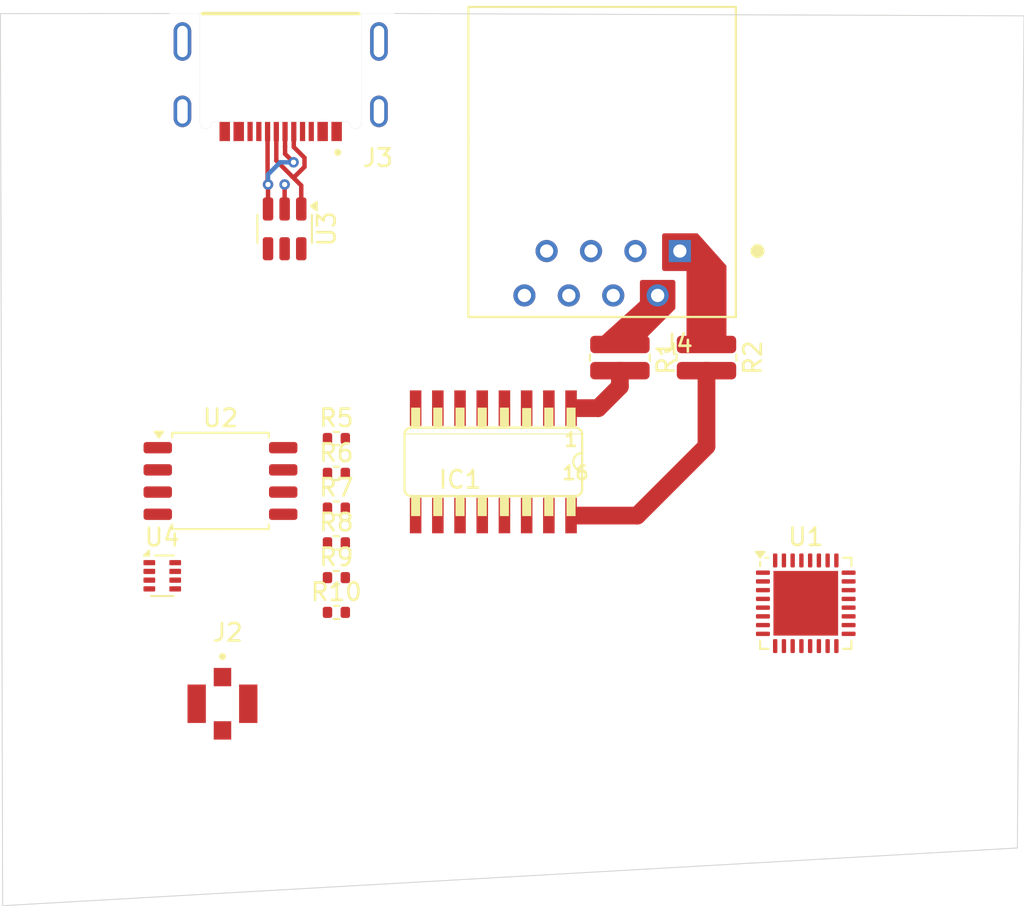
<source format=kicad_pcb>
(kicad_pcb (version 20241229) (generator "pcbnew") (generator_version "9.0")
  (layers (0 "F.Cu" signal) (2 "B.Cu" signal) (13 "F.Paste" user) (15 "B.Paste" user) (5 "F.SilkS" user "F.Silkscreen") (7 "B.SilkS" user "B.Silkscreen") (1 "F.Mask" user) (3 "B.Mask" user) (25 "Edge.Cuts" user))
  (net 0 "")
  (net 1 "Net-(IC1-BUS1)")
  (net 2 "VDD_MBUS")
  (net 3 "Net-(IC1-RIS)")
  (net 4 "/RXI")
  (net 5 "Net-(IC1-RIDD)")
  (net 7 "Net-(IC1-BUS2)")
  (net 8 "Net-(IC1-STC)")
  (net 11 "/PF")
  (net 12 "/TXI")
  (net 14 "Net-(IC1-SC)")
  (net 15 "GND")
  (net 16 "Net-(C15-Pad1)")
  (net 17 "VDD")
  (net 19 "Net-(U1-XTAL_P)")
  (net 20 "/SPIQ")
  (net 22 "/SPICLK")
  (net 23 "/LNA_IN")
  (net 24 "/SPICS0")
  (net 31 "/BOOT")
  (net 33 "/SPIHD")
  (net 34 "Net-(U1-XTAL_N)")
  (net 35 "/EN")
  (net 36 "Net-(C10-Pad1)")
  (net 38 "VDD_SPI")
  (net 39 "/DP_P")
  (net 40 "/SPID")
  (net 41 "/SPIWP")
  (net 42 "/DN_P")
  (net 43 "Net-(U2-CLK)")
  (net 44 "Net-(U2-~{CS})")
  (net 45 "Net-(U2-DO{slash}IO_{1})")
  (net 46 "Net-(U2-DI{slash}IO_{0})")
  (net 47 "Net-(U2-~{WP}{slash}IO_{2})")
  (net 48 "Net-(U2-~{HOLD}{slash}~{RESET}{slash}IO_{3})")
  (net 49 "/DP")
  (net 50 "VDD_USB")
  (net 51 "/DN")
  (net 52 "Net-(U4-PR1)")
  (net 53 "Net-(U4-ST)")
  (net 56 "Net-(J3-CC2)")
  (net 57 "Net-(J3-CC1)")
  (net 58 "Net-(J4-Pad1)")
  (net 62 "Net-(J4-Pad2)")
  (footprint "Package_TO_SOT_SMD:SOT-23-6" (layer "F.Cu") (at 122.936 29.21 -90)
    (property "Reference" "U3" (at 0 -2.4 90) (layer "F.SilkS"))
    (property "Value" "USBLC6-2SC6" (hide yes))
    (fp_line (start 0 1.56) (end -0.8 1.56) (stroke (width 0.12)) (layer "F.SilkS"))
    (fp_line (start 0 1.56) (end 0.8 1.56) (stroke (width 0.12)) (layer "F.SilkS"))
    (fp_line (start 0 -1.56) (end -0.8 -1.56) (stroke (width 0.12)) (layer "F.SilkS"))
    (fp_line (start 0 -1.56) (end 0.8 -1.56) (stroke (width 0.12)) (layer "F.SilkS"))
    (fp_poly (pts (xy -1.3 -1.51) (xy -1.54 -1.84) (xy -1.06 -1.84) (xy -1.3 -1.51)) (stroke (width 0.12)) (fill yes) (layer "F.SilkS"))
    (pad "1" smd roundrect (at -1.1375 -0.95 270) (size 1.325 0.6) (layers "F.Cu" "F.Mask" "F.Paste") (net 51 "/DN"))
    (pad "2" smd roundrect (at -1.1375 0 270) (size 1.325 0.6) (layers "F.Cu" "F.Mask" "F.Paste") (net 15 "GND"))
    (pad "3" smd roundrect (at -1.1375 0.95 270) (size 1.325 0.6) (layers "F.Cu" "F.Mask" "F.Paste") (net 49 "/DP"))
    (pad "4" smd roundrect (at 1.1375 0.95 270) (size 1.325 0.6) (layers "F.Cu" "F.Mask" "F.Paste") (net 39 "/DP_P"))
    (pad "5" smd roundrect (at 1.1375 0 270) (size 1.325 0.6) (layers "F.Cu" "F.Mask" "F.Paste") (net 50 "VDD_USB"))
    (pad "6" smd roundrect (at 1.1375 -0.95 270) (size 1.325 0.6) (layers "F.Cu" "F.Mask" "F.Paste") (net 42 "/DN_P"))
  )
  (footprint "Resistor_SMD:R_0402_1005Metric" (layer "F.Cu") (at 125.8965 51.159)
    (property "Reference" "R10" (at 0 -1.17 0) (layer "F.SilkS"))
    (property "Value" "0R")
    (fp_line (start -0.153641 -0.38) (end 0.153641 -0.38) (stroke (width 0.12)) (layer "F.SilkS"))
    (fp_line (start -0.153641 0.38) (end 0.153641 0.38) (stroke (width 0.12)) (layer "F.SilkS"))
    (pad "1" smd roundrect (at -0.51 0) (size 0.54 0.64) (layers "F.Cu" "F.Mask" "F.Paste") (net 33 "/SPIHD"))
    (pad "2" smd roundrect (at 0.51 0) (size 0.54 0.64) (layers "F.Cu" "F.Mask" "F.Paste") (net 48 "Net-(U2-~{HOLD}{slash}~{RESET}{slash}IO_{3})"))
  )
  (footprint "Resistor_SMD:R_0612_1632Metric" (layer "F.Cu") (at 142.113 36.576 -90)
    (property "Reference" "R1" (at 0 -2.65 90) (layer "F.SilkS"))
    (property "Value" "220R")
    (fp_line (start -0.182983 1.71) (end 0.182983 1.71) (stroke (width 0.12)) (layer "F.SilkS"))
    (fp_line (start -0.182983 -1.71) (end 0.182983 -1.71) (stroke (width 0.12)) (layer "F.SilkS"))
    (pad "1" smd roundrect (at -0.75 0 270) (size 1 3.4) (layers "F.Cu" "F.Mask" "F.Paste") (net 62 "Net-(J4-Pad2)"))
    (pad "2" smd roundrect (at 0.75 0 270) (size 1 3.4) (layers "F.Cu" "F.Mask" "F.Paste") (net 7 "Net-(IC1-BUS2)"))
  )
  (footprint "Resistor_SMD:R_0402_1005Metric" (layer "F.Cu") (at 125.8965 45.189)
    (property "Reference" "R7" (at 0 -1.17 0) (layer "F.SilkS"))
    (property "Value" "0R")
    (fp_line (start -0.153641 -0.38) (end 0.153641 -0.38) (stroke (width 0.12)) (layer "F.SilkS"))
    (fp_line (start -0.153641 0.38) (end 0.153641 0.38) (stroke (width 0.12)) (layer "F.SilkS"))
    (pad "1" smd roundrect (at -0.51 0) (size 0.54 0.64) (layers "F.Cu" "F.Mask" "F.Paste") (net 40 "/SPID"))
    (pad "2" smd roundrect (at 0.51 0) (size 0.54 0.64) (layers "F.Cu" "F.Mask" "F.Paste") (net 46 "Net-(U2-DI{slash}IO_{0})"))
  )
  (footprint "USB4520_03_0_A:GCT_USB4520-03-0-A_REVA" (layer "F.Cu") (at 122.71 18.4865 180)
    (property "Reference" "J3" (at -5.56 -6.6595 0) (layer "F.SilkS"))
    (property "Value" "USB4520-03-0-A_REVA" (hide yes))
    (fp_line (start -4.47 1.6) (end 4.47 1.6) (stroke (width 0.2)) (layer "F.SilkS"))
    (fp_circle (center -3.27 -6.35) (end -3.17 -6.35) (stroke (width 0.2)) (fill no) (layer "F.SilkS"))
    (fp_line (start 4.62 1.6) (end 6.36 1.6) (stroke (width 0.01)) (layer "Edge.Cuts"))
    (fp_line (start 4.62 -4.6) (end 4.62 1.6) (stroke (width 0.01)) (layer "Edge.Cuts"))
    (fp_line (start -3.82 -4.6) (end 3.82 -4.6) (stroke (width 0.01)) (layer "Edge.Cuts"))
    (fp_line (start -4.62 1.6) (end -4.62 -4.6) (stroke (width 0.01)) (layer "Edge.Cuts"))
    (fp_line (start -6.52 1.6) (end -4.62 1.6) (stroke (width 0.01)) (layer "Edge.Cuts"))
    (fp_arc (start 4.295 -5) (mid 4.540343 -4.86731) (end 4.62 -4.6) (stroke (width 0.01)) (layer "Edge.Cuts"))
    (fp_arc (start 3.97 -4.72) (mid 4.07451 -4.92731) (end 4.295 -5) (stroke (width 0.01)) (layer "Edge.Cuts"))
    (fp_arc (start 3.97 -4.72) (mid 3.919853 -4.628934) (end 3.82 -4.6) (stroke (width 0.01)) (layer "Edge.Cuts"))
    (fp_arc (start -3.82 -4.6) (mid -3.919853 -4.628934) (end -3.97 -4.72) (stroke (width 0.01)) (layer "Edge.Cuts"))
    (fp_arc (start -4.295 -5) (mid -4.07451 -4.92731) (end -3.97 -4.72) (stroke (width 0.01)) (layer "Edge.Cuts"))
    (fp_arc (start -4.62 -4.6) (mid -4.540343 -4.86731) (end -4.295 -5) (stroke (width 0.01)) (layer "Edge.Cuts"))
    (pad "A1_B12" smd rect (at -3.2 -5.15 180) (size 0.6 1.1) (layers "F.Cu" "F.Mask" "F.Paste") (net 15 "GND"))
    (pad "A4_B9" smd rect (at -2.4 -5.15 180) (size 0.6 1.1) (layers "F.Cu" "F.Mask" "F.Paste") (net 50 "VDD_USB"))
    (pad "A5" smd rect (at -1.25 -5.15 180) (size 0.3 1.1) (layers "F.Cu" "F.Mask" "F.Paste") (net 57 "Net-(J3-CC1)"))
    (pad "A6" smd rect (at -0.25 -5.15 180) (size 0.3 1.1) (layers "F.Cu" "F.Mask" "F.Paste") (net 49 "/DP"))
    (pad "A7" smd rect (at 0.25 -5.15 180) (size 0.3 1.1) (layers "F.Cu" "F.Mask" "F.Paste") (net 51 "/DN"))
    (pad "A8" smd rect (at 1.25 -5.15 180) (size 0.3 1.1) (layers "F.Cu" "F.Mask" "F.Paste"))
    (pad "B1_A12" smd rect (at 3.2 -5.15 180) (size 0.6 1.1) (layers "F.Cu" "F.Mask" "F.Paste") (net 15 "GND"))
    (pad "B4_A9" smd rect (at 2.4 -5.15 180) (size 0.6 1.1) (layers "F.Cu" "F.Mask" "F.Paste") (net 50 "VDD_USB"))
    (pad "B5" smd rect (at 1.75 -5.15 180) (size 0.3 1.1) (layers "F.Cu" "F.Mask" "F.Paste") (net 56 "Net-(J3-CC2)"))
    (pad "B6" smd rect (at 0.75 -5.15 180) (size 0.3 1.1) (layers "F.Cu" "F.Mask" "F.Paste") (net 49 "/DP"))
    (pad "B7" smd rect (at -0.75 -5.15 180) (size 0.3 1.1) (layers "F.Cu" "F.Mask" "F.Paste") (net 51 "/DN"))
    (pad "B8" smd rect (at -1.75 -5.15 180) (size 0.3 1.1) (layers "F.Cu" "F.Mask" "F.Paste"))
    (pad "S1" thru_hole custom (at -5.62 0 180) (size 0.95 1.9) (drill oval 0.6 1.8) (layers "*.Cu") (net 15 "GND") (options (clearance outline) (anchor circle)) (primitives (gr_poly (pts (xy 0 1.1) (xy -0.026 1.099) (xy -0.052 1.097) (xy -0.078 1.094) (xy -0.104 1.089) (xy -0.129 1.083) (xy -0.155 1.076) (xy -0.179 1.067) (xy -0.203 1.057) (xy -0.227 1.046) (xy -0.25 1.033) (xy -0.272 1.019) (xy -0.294 1.005) (xy -0.315 0.989) (xy -0.335 0.972) (xy -0.354 0.954) (xy -0.372 0.935) (xy -0.389 0.915) (xy -0.405 0.894) (xy -0.419 0.872) (xy -0.433 0.85) (xy -0.446 0.827) (xy -0.457 0.803) (xy -0.467 0.779) (xy -0.476 0.755) (xy -0.483 0.729) (xy -0.489 0.704) (xy -0.494 0.678) (xy -0.497 0.652) (xy -0.499 0.626) (xy -0.5 0.6) (xy -0.5 -0.6) (xy -0.499 -0.626) (xy -0.497 -0.652) (xy -0.494 -0.678) (xy -0.489 -0.704) (xy -0.483 -0.729) (xy -0.476 -0.755) (xy -0.467 -0.779) (xy -0.457 -0.803) (xy -0.446 -0.827) (xy -0.433 -0.85) (xy -0.419 -0.872) (xy -0.405 -0.894) (xy -0.389 -0.915) (xy -0.372 -0.935) (xy -0.354 -0.954) (xy -0.335 -0.972) (xy -0.315 -0.989) (xy -0.294 -1.005) (xy -0.272 -1.019) (xy -0.25 -1.033) (xy -0.227 -1.046) (xy -0.203 -1.057) (xy -0.179 -1.067) (xy -0.155 -1.076) (xy -0.129 -1.083) (xy -0.104 -1.089) (xy -0.078 -1.094) (xy -0.052 -1.097) (xy -0.026 -1.099) (xy 0 -1.1) (xy 0.026 -1.099) (xy 0.052 -1.097) (xy 0.078 -1.094) (xy 0.104 -1.089) (xy 0.129 -1.083) (xy 0.155 -1.076) (xy 0.179 -1.067) (xy 0.203 -1.057) (xy 0.227 -1.046) (xy 0.25 -1.033) (xy 0.272 -1.019) (xy 0.294 -1.005) (xy 0.315 -0.989) (xy 0.335 -0.972) (xy 0.354 -0.954) (xy 0.372 -0.935) (xy 0.389 -0.915) (xy 0.405 -0.894) (xy 0.419 -0.872) (xy 0.433 -0.85) (xy 0.446 -0.827) (xy 0.457 -0.803) (xy 0.467 -0.779) (xy 0.476 -0.755) (xy 0.483 -0.729) (xy 0.489 -0.704) (xy 0.494 -0.678) (xy 0.497 -0.652) (xy 0.499 -0.626) (xy 0.5 -0.6) (xy 0.5 0.6) (xy 0.499 0.626) (xy 0.497 0.652) (xy 0.494 0.678) (xy 0.489 0.704) (xy 0.483 0.729) (xy 0.476 0.755) (xy 0.467 0.779) (xy 0.457 0.803) (xy 0.446 0.827) (xy 0.433 0.85) (xy 0.419 0.872) (xy 0.405 0.894) (xy 0.389 0.915) (xy 0.372 0.935) (xy 0.354 0.954) (xy 0.335 0.972) (xy 0.315 0.989) (xy 0.294 1.005) (xy 0.272 1.019) (xy 0.25 1.033) (xy 0.227 1.046) (xy 0.203 1.057) (xy 0.179 1.067) (xy 0.155 1.076) (xy 0.129 1.083) (xy 0.104 1.089) (xy 0.078 1.094) (xy 0.052 1.097) (xy 0.026 1.099) (xy 0 1.1)) (width 0.01) (fill yes))))
    (pad "S2" thru_hole custom (at 5.62 -4 180) (size 0.8 1.6) (drill oval 0.6 1.4) (layers "*.Cu") (net 15 "GND") (options (clearance outline) (anchor circle)) (primitives (gr_poly (pts (xy 0 0.9) (xy -0.026 0.899) (xy -0.052 0.897) (xy -0.078 0.894) (xy -0.104 0.889) (xy -0.129 0.883) (xy -0.155 0.876) (xy -0.179 0.867) (xy -0.203 0.857) (xy -0.227 0.846) (xy -0.25 0.833) (xy -0.272 0.819) (xy -0.294 0.805) (xy -0.315 0.789) (xy -0.335 0.772) (xy -0.354 0.754) (xy -0.372 0.735) (xy -0.389 0.715) (xy -0.405 0.694) (xy -0.419 0.672) (xy -0.433 0.65) (xy -0.446 0.627) (xy -0.457 0.603) (xy -0.467 0.579) (xy -0.476 0.555) (xy -0.483 0.529) (xy -0.489 0.504) (xy -0.494 0.478) (xy -0.497 0.452) (xy -0.499 0.426) (xy -0.5 0.4) (xy -0.5 -0.4) (xy -0.499 -0.426) (xy -0.497 -0.452) (xy -0.494 -0.478) (xy -0.489 -0.504) (xy -0.483 -0.529) (xy -0.476 -0.555) (xy -0.467 -0.579) (xy -0.457 -0.603) (xy -0.446 -0.627) (xy -0.433 -0.65) (xy -0.419 -0.672) (xy -0.405 -0.694) (xy -0.389 -0.715) (xy -0.372 -0.735) (xy -0.354 -0.754) (xy -0.335 -0.772) (xy -0.315 -0.789) (xy -0.294 -0.805) (xy -0.272 -0.819) (xy -0.25 -0.833) (xy -0.227 -0.846) (xy -0.203 -0.857) (xy -0.179 -0.867) (xy -0.155 -0.876) (xy -0.129 -0.883) (xy -0.104 -0.889) (xy -0.078 -0.894) (xy -0.052 -0.897) (xy -0.026 -0.899) (xy 0 -0.9) (xy 0.026 -0.899) (xy 0.052 -0.897) (xy 0.078 -0.894) (xy 0.104 -0.889) (xy 0.129 -0.883) (xy 0.155 -0.876) (xy 0.179 -0.867) (xy 0.203 -0.857) (xy 0.227 -0.846) (xy 0.25 -0.833) (xy 0.272 -0.819) (xy 0.294 -0.805) (xy 0.315 -0.789) (xy 0.335 -0.772) (xy 0.354 -0.754) (xy 0.372 -0.735) (xy 0.389 -0.715) (xy 0.405 -0.694) (xy 0.419 -0.672) (xy 0.433 -0.65) (xy 0.446 -0.627) (xy 0.457 -0.603) (xy 0.467 -0.579) (xy 0.476 -0.555) (xy 0.483 -0.529) (xy 0.489 -0.504) (xy 0.494 -0.478) (xy 0.497 -0.452) (xy 0.499 -0.426) (xy 0.5 -0.4) (xy 0.5 0.4) (xy 0.499 0.426) (xy 0.497 0.452) (xy 0.494 0.478) (xy 0.489 0.504) (xy 0.483 0.529) (xy 0.476 0.555) (xy 0.467 0.579) (xy 0.457 0.603) (xy 0.446 0.627) (xy 0.433 0.65) (xy 0.419 0.672) (xy 0.405 0.694) (xy 0.389 0.715) (xy 0.372 0.735) (xy 0.354 0.754) (xy 0.335 0.772) (xy 0.315 0.789) (xy 0.294 0.805) (xy 0.272 0.819) (xy 0.25 0.833) (xy 0.227 0.846) (xy 0.203 0.857) (xy 0.179 0.867) (xy 0.155 0.876) (xy 0.129 0.883) (xy 0.104 0.889) (xy 0.078 0.894) (xy 0.052 0.897) (xy 0.026 0.899) (xy 0 0.9)) (width 0.01) (fill yes))))
    (pad "S3" thru_hole custom (at -5.62 -4 180) (size 0.8 1.6) (drill oval 0.6 1.4) (layers "*.Cu") (net 15 "GND") (options (clearance outline) (anchor circle)) (primitives (gr_poly (pts (xy 0 0.9) (xy -0.026 0.899) (xy -0.052 0.897) (xy -0.078 0.894) (xy -0.104 0.889) (xy -0.129 0.883) (xy -0.155 0.876) (xy -0.179 0.867) (xy -0.203 0.857) (xy -0.227 0.846) (xy -0.25 0.833) (xy -0.272 0.819) (xy -0.294 0.805) (xy -0.315 0.789) (xy -0.335 0.772) (xy -0.354 0.754) (xy -0.372 0.735) (xy -0.389 0.715) (xy -0.405 0.694) (xy -0.419 0.672) (xy -0.433 0.65) (xy -0.446 0.627) (xy -0.457 0.603) (xy -0.467 0.579) (xy -0.476 0.555) (xy -0.483 0.529) (xy -0.489 0.504) (xy -0.494 0.478) (xy -0.497 0.452) (xy -0.499 0.426) (xy -0.5 0.4) (xy -0.5 -0.4) (xy -0.499 -0.426) (xy -0.497 -0.452) (xy -0.494 -0.478) (xy -0.489 -0.504) (xy -0.483 -0.529) (xy -0.476 -0.555) (xy -0.467 -0.579) (xy -0.457 -0.603) (xy -0.446 -0.627) (xy -0.433 -0.65) (xy -0.419 -0.672) (xy -0.405 -0.694) (xy -0.389 -0.715) (xy -0.372 -0.735) (xy -0.354 -0.754) (xy -0.335 -0.772) (xy -0.315 -0.789) (xy -0.294 -0.805) (xy -0.272 -0.819) (xy -0.25 -0.833) (xy -0.227 -0.846) (xy -0.203 -0.857) (xy -0.179 -0.867) (xy -0.155 -0.876) (xy -0.129 -0.883) (xy -0.104 -0.889) (xy -0.078 -0.894) (xy -0.052 -0.897) (xy -0.026 -0.899) (xy 0 -0.9) (xy 0.026 -0.899) (xy 0.052 -0.897) (xy 0.078 -0.894) (xy 0.104 -0.889) (xy 0.129 -0.883) (xy 0.155 -0.876) (xy 0.179 -0.867) (xy 0.203 -0.857) (xy 0.227 -0.846) (xy 0.25 -0.833) (xy 0.272 -0.819) (xy 0.294 -0.805) (xy 0.315 -0.789) (xy 0.335 -0.772) (xy 0.354 -0.754) (xy 0.372 -0.735) (xy 0.389 -0.715) (xy 0.405 -0.694) (xy 0.419 -0.672) (xy 0.433 -0.65) (xy 0.446 -0.627) (xy 0.457 -0.603) (xy 0.467 -0.579) (xy 0.476 -0.555) (xy 0.483 -0.529) (xy 0.489 -0.504) (xy 0.494 -0.478) (xy 0.497 -0.452) (xy 0.499 -0.426) (xy 0.5 -0.4) (xy 0.5 0.4) (xy 0.499 0.426) (xy 0.497 0.452) (xy 0.494 0.478) (xy 0.489 0.504) (xy 0.483 0.529) (xy 0.476 0.555) (xy 0.467 0.579) (xy 0.457 0.603) (xy 0.446 0.627) (xy 0.433 0.65) (xy 0.419 0.672) (xy 0.405 0.694) (xy 0.389 0.715) (xy 0.372 0.735) (xy 0.354 0.754) (xy 0.335 0.772) (xy 0.315 0.789) (xy 0.294 0.805) (xy 0.272 0.819) (xy 0.25 0.833) (xy 0.227 0.846) (xy 0.203 0.857) (xy 0.179 0.867) (xy 0.155 0.876) (xy 0.129 0.883) (xy 0.104 0.889) (xy 0.078 0.894) (xy 0.052 0.897) (xy 0.026 0.899) (xy 0 0.9)) (width 0.01) (fill yes))))
    (pad "S4" thru_hole custom (at 5.62 0 180) (size 0.95 1.9) (drill oval 0.6 1.8) (layers "*.Cu") (net 15 "GND") (options (clearance outline) (anchor circle)) (primitives (gr_poly (pts (xy 0 1.1) (xy -0.026 1.099) (xy -0.052 1.097) (xy -0.078 1.094) (xy -0.104 1.089) (xy -0.129 1.083) (xy -0.155 1.076) (xy -0.179 1.067) (xy -0.203 1.057) (xy -0.227 1.046) (xy -0.25 1.033) (xy -0.272 1.019) (xy -0.294 1.005) (xy -0.315 0.989) (xy -0.335 0.972) (xy -0.354 0.954) (xy -0.372 0.935) (xy -0.389 0.915) (xy -0.405 0.894) (xy -0.419 0.872) (xy -0.433 0.85) (xy -0.446 0.827) (xy -0.457 0.803) (xy -0.467 0.779) (xy -0.476 0.755) (xy -0.483 0.729) (xy -0.489 0.704) (xy -0.494 0.678) (xy -0.497 0.652) (xy -0.499 0.626) (xy -0.5 0.6) (xy -0.5 -0.6) (xy -0.499 -0.626) (xy -0.497 -0.652) (xy -0.494 -0.678) (xy -0.489 -0.704) (xy -0.483 -0.729) (xy -0.476 -0.755) (xy -0.467 -0.779) (xy -0.457 -0.803) (xy -0.446 -0.827) (xy -0.433 -0.85) (xy -0.419 -0.872) (xy -0.405 -0.894) (xy -0.389 -0.915) (xy -0.372 -0.935) (xy -0.354 -0.954) (xy -0.335 -0.972) (xy -0.315 -0.989) (xy -0.294 -1.005) (xy -0.272 -1.019) (xy -0.25 -1.033) (xy -0.227 -1.046) (xy -0.203 -1.057) (xy -0.179 -1.067) (xy -0.155 -1.076) (xy -0.129 -1.083) (xy -0.104 -1.089) (xy -0.078 -1.094) (xy -0.052 -1.097) (xy -0.026 -1.099) (xy 0 -1.1) (xy 0.026 -1.099) (xy 0.052 -1.097) (xy 0.078 -1.094) (xy 0.104 -1.089) (xy 0.129 -1.083) (xy 0.155 -1.076) (xy 0.179 -1.067) (xy 0.203 -1.057) (xy 0.227 -1.046) (xy 0.25 -1.033) (xy 0.272 -1.019) (xy 0.294 -1.005) (xy 0.315 -0.989) (xy 0.335 -0.972) (xy 0.354 -0.954) (xy 0.372 -0.935) (xy 0.389 -0.915) (xy 0.405 -0.894) (xy 0.419 -0.872) (xy 0.433 -0.85) (xy 0.446 -0.827) (xy 0.457 -0.803) (xy 0.467 -0.779) (xy 0.476 -0.755) (xy 0.483 -0.729) (xy 0.489 -0.704) (xy 0.494 -0.678) (xy 0.497 -0.652) (xy 0.499 -0.626) (xy 0.5 -0.6) (xy 0.5 0.6) (xy 0.499 0.626) (xy 0.497 0.652) (xy 0.494 0.678) (xy 0.489 0.704) (xy 0.483 0.729) (xy 0.476 0.755) (xy 0.467 0.779) (xy 0.457 0.803) (xy 0.446 0.827) (xy 0.433 0.85) (xy 0.419 0.872) (xy 0.405 0.894) (xy 0.389 0.915) (xy 0.372 0.935) (xy 0.354 0.954) (xy 0.335 0.972) (xy 0.315 0.989) (xy 0.294 1.005) (xy 0.272 1.019) (xy 0.25 1.033) (xy 0.227 1.046) (xy 0.203 1.057) (xy 0.179 1.067) (xy 0.155 1.076) (xy 0.129 1.083) (xy 0.104 1.089) (xy 0.078 1.094) (xy 0.052 1.097) (xy 0.026 1.099) (xy 0 1.1)) (width 0.01) (fill yes))))
  )
  (footprint "Resistor_SMD:R_0402_1005Metric" (layer "F.Cu") (at 125.8965 41.209)
    (property "Reference" "R5" (at 0 -1.17 0) (layer "F.SilkS"))
    (property "Value" "0R")
    (fp_line (start -0.153641 -0.38) (end 0.153641 -0.38) (stroke (width 0.12)) (layer "F.SilkS"))
    (fp_line (start -0.153641 0.38) (end 0.153641 0.38) (stroke (width 0.12)) (layer "F.SilkS"))
    (pad "1" smd roundrect (at -0.51 0) (size 0.54 0.64) (layers "F.Cu" "F.Mask" "F.Paste") (net 24 "/SPICS0"))
    (pad "2" smd roundrect (at 0.51 0) (size 0.54 0.64) (layers "F.Cu" "F.Mask" "F.Paste") (net 44 "Net-(U2-~{CS})"))
  )
  (footprint "Package_TO_SOT_SMD:SOT-583-8" (layer "F.Cu") (at 115.9365 49.064)
    (property "Reference" "U4" (at 0 -2.2 0) (layer "F.SilkS"))
    (property "Value" "TPS2116DRL")
    (fp_line (start 0.65 -1.16) (end -0.4 -1.16) (stroke (width 0.12)) (layer "F.SilkS"))
    (fp_line (start 0.65 1.16) (end -0.65 1.16) (stroke (width 0.12)) (layer "F.SilkS"))
    (fp_poly (pts (xy -0.76 -1.16) (xy -1.04 -1.16) (xy -0.76 -1.44) (xy -0.76 -1.16)) (stroke (width 0.12)) (fill yes) (layer "F.SilkS"))
    (pad "1" smd roundrect (at -0.74 -0.75) (size 0.67 0.3) (layers "F.Cu" "F.Mask" "F.Paste") (roundrect_rratio 0.1666666667) (net 15 "GND"))
    (pad "2" smd roundrect (at -0.74 -0.25) (size 0.67 0.3) (layers "F.Cu" "F.Mask" "F.Paste") (roundrect_rratio 0.1666666667) (net 17 "VDD"))
    (pad "3" smd roundrect (at -0.74 0.25) (size 0.67 0.3) (layers "F.Cu" "F.Mask" "F.Paste") (roundrect_rratio 0.1666666667) (net 2 "VDD_MBUS"))
    (pad "4" smd roundrect (at -0.74 0.75) (size 0.67 0.3) (layers "F.Cu" "F.Mask" "F.Paste") (roundrect_rratio 0.1666666667) (net 52 "Net-(U4-PR1)"))
    (pad "5" smd roundrect (at 0.74 0.75) (size 0.67 0.3) (layers "F.Cu" "F.Mask" "F.Paste") (roundrect_rratio 0.1666666667) (net 2 "VDD_MBUS"))
    (pad "6" smd roundrect (at 0.74 0.25) (size 0.67 0.3) (layers "F.Cu" "F.Mask" "F.Paste") (roundrect_rratio 0.1666666667) (net 50 "VDD_USB"))
    (pad "7" smd roundrect (at 0.74 -0.25) (size 0.67 0.3) (layers "F.Cu" "F.Mask" "F.Paste") (roundrect_rratio 0.1666666667) (net 17 "VDD"))
    (pad "8" smd roundrect (at 0.74 -0.75) (size 0.67 0.3) (layers "F.Cu" "F.Mask" "F.Paste") (roundrect_rratio 0.1666666667) (net 53 "Net-(U4-ST)"))
  )
  (footprint "TSS721:SO16" (layer "F.Cu") (at 134.874 42.545 180)
    (property "Reference" "IC1" (at 1.905 -1.016 0) (layer "F.SilkS"))
    (property "Value" "TSS721" (hide yes))
    (fp_line (start 5.08 1.5748) (end 5.08 -1.5748) (stroke (width 0.127)) (layer "F.SilkS"))
    (fp_line (start 4.699 -1.9558) (end -4.699 -1.9558) (stroke (width 0.127)) (layer "F.SilkS"))
    (fp_line (start -4.699 1.9558) (end 4.699 1.9558) (stroke (width 0.127)) (layer "F.SilkS"))
    (fp_line (start -5.08 1.6002) (end 5.08 1.6002) (stroke (width 0.0508)) (layer "F.SilkS"))
    (fp_line (start -5.08 0.508) (end -5.08 1.5748) (stroke (width 0.127)) (layer "F.SilkS"))
    (fp_line (start -5.08 -0.508) (end -5.08 0.508) (stroke (width 0.127)) (layer "F.SilkS"))
    (fp_line (start -5.08 -1.5748) (end -5.08 -0.508) (stroke (width 0.127)) (layer "F.SilkS"))
    (fp_arc (start 5.08 1.5748) (mid 4.968408 1.844208) (end 4.699 1.9558) (stroke (width 0.127)) (layer "F.SilkS"))
    (fp_arc (start 4.699 -1.9558) (mid 4.968408 -1.844208) (end 5.08 -1.5748) (stroke (width 0.127)) (layer "F.SilkS"))
    (fp_arc (start -4.699 1.9558) (mid -4.968408 1.844208) (end -5.08 1.5748) (stroke (width 0.127)) (layer "F.SilkS"))
    (fp_arc (start -5.08 -0.508) (mid -4.572 0) (end -5.08 0.508) (stroke (width 0.127)) (layer "F.SilkS"))
    (fp_arc (start -5.08 -1.5748) (mid -4.968408 -1.844208) (end -4.699 -1.9558) (stroke (width 0.127)) (layer "F.SilkS"))
    (fp_poly (pts (xy 4.191 1.9558) (xy 4.699 1.9558) (xy 4.699 3.0988) (xy 4.191 3.0988)) (stroke (width 0.01)) (fill yes) (layer "F.SilkS"))
    (fp_poly (pts (xy 4.191 -3.0988) (xy 4.699 -3.0988) (xy 4.699 -1.9558) (xy 4.191 -1.9558)) (stroke (width 0.01)) (fill yes) (layer "F.SilkS"))
    (fp_poly (pts (xy 2.921 1.9558) (xy 3.429 1.9558) (xy 3.429 3.0988) (xy 2.921 3.0988)) (stroke (width 0.01)) (fill yes) (layer "F.SilkS"))
    (fp_poly (pts (xy 2.921 -3.0988) (xy 3.429 -3.0988) (xy 3.429 -1.9558) (xy 2.921 -1.9558)) (stroke (width 0.01)) (fill yes) (layer "F.SilkS"))
    (fp_poly (pts (xy 1.651 1.9558) (xy 2.159 1.9558) (xy 2.159 3.0988) (xy 1.651 3.0988)) (stroke (width 0.01)) (fill yes) (layer "F.SilkS"))
    (fp_poly (pts (xy 1.651 -3.0988) (xy 2.159 -3.0988) (xy 2.159 -1.9558) (xy 1.651 -1.9558)) (stroke (width 0.01)) (fill yes) (layer "F.SilkS"))
    (fp_poly (pts (xy 0.381 1.9558) (xy 0.889 1.9558) (xy 0.889 3.0988) (xy 0.381 3.0988)) (stroke (width 0.01)) (fill yes) (layer "F.SilkS"))
    (fp_poly (pts (xy 0.381 -3.0988) (xy 0.889 -3.0988) (xy 0.889 -1.9558) (xy 0.381 -1.9558)) (stroke (width 0.01)) (fill yes) (layer "F.SilkS"))
    (fp_poly (pts (xy -0.889 1.9558) (xy -0.381 1.9558) (xy -0.381 3.0988) (xy -0.889 3.0988)) (stroke (width 0.01)) (fill yes) (layer "F.SilkS"))
    (fp_poly (pts (xy -0.889 -3.0988) (xy -0.381 -3.0988) (xy -0.381 -1.9558) (xy -0.889 -1.9558)) (stroke (width 0.01)) (fill yes) (layer "F.SilkS"))
    (fp_poly (pts (xy -2.159 1.9304) (xy -1.651 1.9304) (xy -1.651 3.0734) (xy -2.159 3.0734)) (stroke (width 0.01)) (fill yes) (layer "F.SilkS"))
    (fp_poly (pts (xy -2.159 -3.0988) (xy -1.651 -3.0988) (xy -1.651 -1.9558) (xy -2.159 -1.9558)) (stroke (width 0.01)) (fill yes) (layer "F.SilkS"))
    (fp_poly (pts (xy -3.429 1.9558) (xy -2.921 1.9558) (xy -2.921 3.0988) (xy -3.429 3.0988)) (stroke (width 0.01)) (fill yes) (layer "F.SilkS"))
    (fp_poly (pts (xy -3.429 -3.0988) (xy -2.921 -3.0988) (xy -2.921 -1.9558) (xy -3.429 -1.9558)) (stroke (width 0.01)) (fill yes) (layer "F.SilkS"))
    (fp_poly (pts (xy -4.699 1.9558) (xy -4.191 1.9558) (xy -4.191 3.0988) (xy -4.699 3.0988)) (stroke (width 0.01)) (fill yes) (layer "F.SilkS"))
    (fp_poly (pts (xy -4.699 -3.0988) (xy -4.191 -3.0988) (xy -4.191 -1.9558) (xy -4.699 -1.9558)) (stroke (width 0.01)) (fill yes) (layer "F.SilkS"))
    (fp_text user "16" (at -4.699 -0.635 0) (layer "F.SilkS") (effects (font (size 0.78 0.78))))
    (fp_text user "1" (at -4.445 1.27 0) (layer "F.SilkS") (effects (font (size 0.78 0.78))))
    (pad "1" smd rect (at -4.445 3.0734 180) (size 0.6604 2.032) (layers "F.Cu" "F.Mask" "F.Paste") (net 7 "Net-(IC1-BUS2)"))
    (pad "2" smd rect (at -3.175 3.0734 180) (size 0.6604 2.032) (layers "F.Cu" "F.Mask" "F.Paste"))
    (pad "3" smd rect (at -1.905 3.0734 180) (size 0.6604 2.032) (layers "F.Cu" "F.Mask" "F.Paste") (net 8 "Net-(IC1-STC)"))
    (pad "4" smd rect (at -0.635 3.0734 180) (size 0.6604 2.032) (layers "F.Cu" "F.Mask" "F.Paste") (net 5 "Net-(IC1-RIDD)"))
    (pad "5" smd rect (at 0.635 3.0734 180) (size 0.6604 2.032) (layers "F.Cu" "F.Mask" "F.Paste") (net 11 "/PF"))
    (pad "6" smd rect (at 1.905 3.0734 180) (size 0.6604 2.032) (layers "F.Cu" "F.Mask" "F.Paste") (net 14 "Net-(IC1-SC)"))
    (pad "7" smd rect (at 3.175 3.0734 180) (size 0.6604 2.032) (layers "F.Cu" "F.Mask" "F.Paste") (net 12 "/TXI"))
    (pad "8" smd rect (at 4.445 3.0734 180) (size 0.6604 2.032) (layers "F.Cu" "F.Mask" "F.Paste"))
    (pad "9" smd rect (at 4.445 -3.0734 180) (size 0.6604 2.032) (layers "F.Cu" "F.Mask" "F.Paste") (net 2 "VDD_MBUS"))
    (pad "10" smd rect (at 3.175 -3.0734 180) (size 0.6604 2.032) (layers "F.Cu" "F.Mask" "F.Paste"))
    (pad "11" smd rect (at 1.905 -3.0734 180) (size 0.6604 2.032) (layers "F.Cu" "F.Mask" "F.Paste") (net 2 "VDD_MBUS"))
    (pad "12" smd rect (at 0.635 -3.0734 180) (size 0.6604 2.032) (layers "F.Cu" "F.Mask" "F.Paste"))
    (pad "13" smd rect (at -0.635 -3.0734 180) (size 0.6604 2.032) (layers "F.Cu" "F.Mask" "F.Paste") (net 4 "/RXI"))
    (pad "14" smd rect (at -1.905 -3.0734 180) (size 0.6604 2.032) (layers "F.Cu" "F.Mask" "F.Paste") (net 3 "Net-(IC1-RIS)"))
    (pad "15" smd rect (at -3.175 -3.0734 180) (size 0.6604 2.032) (layers "F.Cu" "F.Mask" "F.Paste") (net 15 "GND"))
    (pad "16" smd rect (at -4.445 -3.0734 180) (size 0.6604 2.032) (layers "F.Cu" "F.Mask" "F.Paste") (net 1 "Net-(IC1-BUS1)"))
  )
  (footprint "54602_908LF:AMPHENOL_54602-908LF" (layer "F.Cu") (at 141.097 24.13 180)
    (property "Reference" "J4" (at -4.331825 -11.646315 0) (layer "F.SilkS") (effects (font (size 1.001598 1.001598))))
    (property "Value" "54602-908LF" (hide yes))
    (fp_line (start 7.65 7.62) (end -7.65 7.62) (stroke (width 0.127)) (layer "F.SilkS"))
    (fp_line (start 7.65 -10.12) (end 7.65 7.62) (stroke (width 0.127)) (layer "F.SilkS"))
    (fp_line (start -7.65 7.62) (end -7.65 -10.12) (stroke (width 0.127)) (layer "F.SilkS"))
    (fp_line (start -7.65 -10.12) (end 7.65 -10.12) (stroke (width 0.127)) (layer "F.SilkS"))
    (fp_circle (center -8.89 -6.35) (end -8.69 -6.35) (stroke (width 0.4)) (fill no) (layer "F.SilkS"))
    (pad "" np_thru_hole circle (at -5.715 0 180) (size 3.2 3.2) (drill 3.2) (layers "*.Cu" "*.Mask"))
    (pad "" np_thru_hole circle (at 5.715 0 180) (size 3.2 3.2) (drill 3.2) (layers "*.Cu" "*.Mask"))
    (pad "1" thru_hole rect (at -4.445 -6.35 180) (size 1.268 1.268) (drill 0.76) (layers "*.Cu" "*.Mask") (net 58 "Net-(J4-Pad1)"))
    (pad "2" thru_hole circle (at -3.175 -8.89 180) (size 1.268 1.268) (drill 0.76) (layers "*.Cu" "*.Mask") (net 62 "Net-(J4-Pad2)"))
    (pad "3" thru_hole circle (at -1.905 -6.35 180) (size 1.268 1.268) (drill 0.76) (layers "*.Cu" "*.Mask"))
    (pad "4" thru_hole circle (at -0.635 -8.89 180) (size 1.268 1.268) (drill 0.76) (layers "*.Cu" "*.Mask"))
    (pad "5" thru_hole circle (at 0.635 -6.35 180) (size 1.268 1.268) (drill 0.76) (layers "*.Cu" "*.Mask"))
    (pad "6" thru_hole circle (at 1.905 -8.89 180) (size 1.268 1.268) (drill 0.76) (layers "*.Cu" "*.Mask"))
    (pad "7" thru_hole circle (at 3.175 -6.35 180) (size 1.268 1.268) (drill 0.76) (layers "*.Cu" "*.Mask"))
    (pad "8" thru_hole circle (at 4.445 -8.89 180) (size 1.268 1.268) (drill 0.76) (layers "*.Cu" "*.Mask"))
  )
  (footprint "Resistor_SMD:R_0402_1005Metric" (layer "F.Cu") (at 125.8965 49.169)
    (property "Reference" "R9" (at 0 -1.17 0) (layer "F.SilkS"))
    (property "Value" "0R")
    (fp_line (start -0.153641 -0.38) (end 0.153641 -0.38) (stroke (width 0.12)) (layer "F.SilkS"))
    (fp_line (start -0.153641 0.38) (end 0.153641 0.38) (stroke (width 0.12)) (layer "F.SilkS"))
    (pad "1" smd roundrect (at -0.51 0) (size 0.54 0.64) (layers "F.Cu" "F.Mask" "F.Paste") (net 41 "/SPIWP"))
    (pad "2" smd roundrect (at 0.51 0) (size 0.54 0.64) (layers "F.Cu" "F.Mask" "F.Paste") (net 47 "Net-(U2-~{WP}{slash}IO_{2})"))
  )
  (footprint "Resistor_SMD:R_0612_1632Metric" (layer "F.Cu") (at 147.066 36.576 -90)
    (property "Reference" "R2" (at 0 -2.65 90) (layer "F.SilkS"))
    (property "Value" "220R")
    (fp_line (start -0.182983 1.71) (end 0.182983 1.71) (stroke (width 0.12)) (layer "F.SilkS"))
    (fp_line (start -0.182983 -1.71) (end 0.182983 -1.71) (stroke (width 0.12)) (layer "F.SilkS"))
    (pad "1" smd roundrect (at -0.75 0 270) (size 1 3.4) (layers "F.Cu" "F.Mask" "F.Paste") (net 58 "Net-(J4-Pad1)"))
    (pad "2" smd roundrect (at 0.75 0 270) (size 1 3.4) (layers "F.Cu" "F.Mask" "F.Paste") (net 1 "Net-(IC1-BUS1)"))
  )
  (footprint "CONMHF1-SMD-G-T:LINX_CONMHF1-SMD-G-T" (layer "F.Cu") (at 119.38 56.388)
    (property "Reference" "J2" (at 0.3 -4.076 0) (layer "F.SilkS"))
    (property "Value" "CONMHF1-SMD-G-T")
    (fp_circle (center 0 -2.7) (end 0.1 -2.7) (stroke (width 0.2)) (fill no) (layer "F.SilkS"))
    (pad "1" smd rect (at 0 -1.525) (size 1 1.05) (layers "F.Cu" "F.Mask" "F.Paste") (net 16 "Net-(C15-Pad1)"))
    (pad "S1" smd rect (at -1.475 0) (size 1.05 2.2) (layers "F.Cu" "F.Mask" "F.Paste") (net 15 "GND"))
    (pad "S2" smd rect (at 0 1.525) (size 1 1.05) (layers "F.Cu" "F.Mask" "F.Paste") (net 15 "GND"))
    (pad "S3" smd rect (at 1.475 0) (size 1.05 2.2) (layers "F.Cu" "F.Mask" "F.Paste") (net 15 "GND"))
    (zone (net 0) (net_name "") (layer "F.Cu") (connect_pads (clearance 0)) (min_thickness 0.01)
      (keepout (tracks not_allowed) (vias not_allowed) (pads not_allowed) (copperpour not_allowed) (footprints allowed))
      (fill (thermal_gap 0.508) (thermal_bridge_width 0.508))
      (polygon (pts (xy 118.43 55.388) (xy 120.33 55.388) (xy 120.33 57.388) (xy 118.43 57.388)))
    )
  )
  (footprint "Resistor_SMD:R_0402_1005Metric" (layer "F.Cu") (at 125.8965 47.179)
    (property "Reference" "R8" (at 0 -1.17 0) (layer "F.SilkS"))
    (property "Value" "0R")
    (fp_line (start -0.153641 -0.38) (end 0.153641 -0.38) (stroke (width 0.12)) (layer "F.SilkS"))
    (fp_line (start -0.153641 0.38) (end 0.153641 0.38) (stroke (width 0.12)) (layer "F.SilkS"))
    (pad "1" smd roundrect (at -0.51 0) (size 0.54 0.64) (layers "F.Cu" "F.Mask" "F.Paste") (net 20 "/SPIQ"))
    (pad "2" smd roundrect (at 0.51 0) (size 0.54 0.64) (layers "F.Cu" "F.Mask" "F.Paste") (net 45 "Net-(U2-DO{slash}IO_{1})"))
  )
  (footprint "Package_DFN_QFN:QFN-32-1EP_5x5mm_P0.5mm_EP3.7x3.7mm" (layer "F.Cu") (at 152.745 50.637)
    (property "Reference" "U1" (at 0 -3.8 0) (layer "F.SilkS"))
    (property "Value" "ESP32-C3")
    (fp_line (start -2.61 -2.135) (end -2.61 -2.37) (stroke (width 0.12)) (layer "F.SilkS"))
    (fp_line (start -2.61 2.61) (end -2.61 2.135) (stroke (width 0.12)) (layer "F.SilkS"))
    (fp_line (start -2.135 -2.61) (end -2.31 -2.61) (stroke (width 0.12)) (layer "F.SilkS"))
    (fp_line (start -2.135 2.61) (end -2.61 2.61) (stroke (width 0.12)) (layer "F.SilkS"))
    (fp_line (start 2.135 -2.61) (end 2.61 -2.61) (stroke (width 0.12)) (layer "F.SilkS"))
    (fp_line (start 2.135 2.61) (end 2.61 2.61) (stroke (width 0.12)) (layer "F.SilkS"))
    (fp_line (start 2.61 -2.61) (end 2.61 -2.135) (stroke (width 0.12)) (layer "F.SilkS"))
    (fp_line (start 2.61 2.61) (end 2.61 2.135) (stroke (width 0.12)) (layer "F.SilkS"))
    (fp_poly (pts (xy -2.61 -2.61) (xy -2.85 -2.94) (xy -2.37 -2.94) (xy -2.61 -2.61)) (stroke (width 0.12)) (fill yes) (layer "F.SilkS"))
    (pad "1" smd roundrect (at -2.45 -1.75) (size 0.8 0.25) (layers "F.Cu" "F.Mask" "F.Paste") (net 23 "/LNA_IN"))
    (pad "2" smd roundrect (at -2.45 -1.25) (size 0.8 0.25) (layers "F.Cu" "F.Mask" "F.Paste") (net 36 "Net-(C10-Pad1)"))
    (pad "3" smd roundrect (at -2.45 -0.75) (size 0.8 0.25) (layers "F.Cu" "F.Mask" "F.Paste") (net 36 "Net-(C10-Pad1)"))
    (pad "4" smd roundrect (at -2.45 -0.25) (size 0.8 0.25) (layers "F.Cu" "F.Mask" "F.Paste"))
    (pad "5" smd roundrect (at -2.45 0.25) (size 0.8 0.25) (layers "F.Cu" "F.Mask" "F.Paste"))
    (pad "6" smd roundrect (at -2.45 0.75) (size 0.8 0.25) (layers "F.Cu" "F.Mask" "F.Paste"))
    (pad "7" smd roundrect (at -2.45 1.25) (size 0.8 0.25) (layers "F.Cu" "F.Mask" "F.Paste") (net 35 "/EN"))
    (pad "8" smd roundrect (at -2.45 1.75) (size 0.8 0.25) (layers "F.Cu" "F.Mask" "F.Paste"))
    (pad "9" smd roundrect (at -1.75 2.45) (size 0.25 0.8) (layers "F.Cu" "F.Mask" "F.Paste"))
    (pad "10" smd roundrect (at -1.25 2.45) (size 0.25 0.8) (layers "F.Cu" "F.Mask" "F.Paste"))
    (pad "11" smd roundrect (at -0.75 2.45) (size 0.25 0.8) (layers "F.Cu" "F.Mask" "F.Paste") (net 17 "VDD"))
    (pad "12" smd roundrect (at -0.25 2.45) (size 0.25 0.8) (layers "F.Cu" "F.Mask" "F.Paste"))
    (pad "13" smd roundrect (at 0.25 2.45) (size 0.25 0.8) (layers "F.Cu" "F.Mask" "F.Paste"))
    (pad "14" smd roundrect (at 0.75 2.45) (size 0.25 0.8) (layers "F.Cu" "F.Mask" "F.Paste") (net 31 "/BOOT"))
    (pad "15" smd roundrect (at 1.25 2.45) (size 0.25 0.8) (layers "F.Cu" "F.Mask" "F.Paste"))
    (pad "16" smd roundrect (at 1.75 2.45) (size 0.25 0.8) (layers "F.Cu" "F.Mask" "F.Paste"))
    (pad "17" smd roundrect (at 2.45 1.75) (size 0.8 0.25) (layers "F.Cu" "F.Mask" "F.Paste") (net 17 "VDD"))
    (pad "18" smd roundrect (at 2.45 1.25) (size 0.8 0.25) (layers "F.Cu" "F.Mask" "F.Paste") (net 38 "VDD_SPI"))
    (pad "19" smd roundrect (at 2.45 0.75) (size 0.8 0.25) (layers "F.Cu" "F.Mask" "F.Paste") (net 33 "/SPIHD"))
    (pad "20" smd roundrect (at 2.45 0.25) (size 0.8 0.25) (layers "F.Cu" "F.Mask" "F.Paste") (net 41 "/SPIWP"))
    (pad "21" smd roundrect (at 2.45 -0.25) (size 0.8 0.25) (layers "F.Cu" "F.Mask" "F.Paste") (net 24 "/SPICS0"))
    (pad "22" smd roundrect (at 2.45 -0.75) (size 0.8 0.25) (layers "F.Cu" "F.Mask" "F.Paste") (net 22 "/SPICLK"))
    (pad "23" smd roundrect (at 2.45 -1.25) (size 0.8 0.25) (layers "F.Cu" "F.Mask" "F.Paste") (net 40 "/SPID"))
    (pad "24" smd roundrect (at 2.45 -1.75) (size 0.8 0.25) (layers "F.Cu" "F.Mask" "F.Paste") (net 20 "/SPIQ"))
    (pad "25" smd roundrect (at 1.75 -2.45) (size 0.25 0.8) (layers "F.Cu" "F.Mask" "F.Paste") (net 42 "/DN_P"))
    (pad "26" smd roundrect (at 1.25 -2.45) (size 0.25 0.8) (layers "F.Cu" "F.Mask" "F.Paste") (net 39 "/DP_P"))
    (pad "27" smd roundrect (at 0.75 -2.45) (size 0.25 0.8) (layers "F.Cu" "F.Mask" "F.Paste") (net 12 "/TXI"))
    (pad "28" smd roundrect (at 0.25 -2.45) (size 0.25 0.8) (layers "F.Cu" "F.Mask" "F.Paste") (net 4 "/RXI"))
    (pad "29" smd roundrect (at -0.25 -2.45) (size 0.25 0.8) (layers "F.Cu" "F.Mask" "F.Paste") (net 34 "Net-(U1-XTAL_N)"))
    (pad "30" smd roundrect (at -0.75 -2.45) (size 0.25 0.8) (layers "F.Cu" "F.Mask" "F.Paste") (net 19 "Net-(U1-XTAL_P)"))
    (pad "31" smd roundrect (at -1.25 -2.45) (size 0.25 0.8) (layers "F.Cu" "F.Mask" "F.Paste") (net 17 "VDD"))
    (pad "32" smd roundrect (at -1.75 -2.45) (size 0.25 0.8) (layers "F.Cu" "F.Mask" "F.Paste") (net 17 "VDD"))
    (pad "33" smd rect (at 0 0) (size 3.7 3.7) (property pad_prop_heatsink) (layers "F.Cu" "F.Mask") (net 15 "GND"))
  )
  (footprint "Resistor_SMD:R_0402_1005Metric" (layer "F.Cu") (at 125.8965 43.199)
    (property "Reference" "R6" (at 0 -1.17 0) (layer "F.SilkS"))
    (property "Value" "0R")
    (fp_line (start -0.153641 -0.38) (end 0.153641 -0.38) (stroke (width 0.12)) (layer "F.SilkS"))
    (fp_line (start -0.153641 0.38) (end 0.153641 0.38) (stroke (width 0.12)) (layer "F.SilkS"))
    (pad "1" smd roundrect (at -0.51 0) (size 0.54 0.64) (layers "F.Cu" "F.Mask" "F.Paste") (net 22 "/SPICLK"))
    (pad "2" smd roundrect (at 0.51 0) (size 0.54 0.64) (layers "F.Cu" "F.Mask" "F.Paste") (net 43 "Net-(U2-CLK)"))
  )
  (footprint "Package_SO:SOIC-8_5.3x5.3mm_P1.27mm" (layer "F.Cu") (at 119.2665 43.639)
    (property "Reference" "U2" (at 0 -3.6 0) (layer "F.SilkS"))
    (property "Value" "W25Q16JVSS")
    (fp_line (start -2.76 -2.76) (end -2.76 -2.49) (stroke (width 0.12)) (layer "F.SilkS"))
    (fp_line (start -2.76 2.76) (end -2.76 2.49) (stroke (width 0.12)) (layer "F.SilkS"))
    (fp_line (start 0 -2.76) (end -2.76 -2.76) (stroke (width 0.12)) (layer "F.SilkS"))
    (fp_line (start 0 -2.76) (end 2.76 -2.76) (stroke (width 0.12)) (layer "F.SilkS"))
    (fp_line (start 0 2.76) (end -2.76 2.76) (stroke (width 0.12)) (layer "F.SilkS"))
    (fp_line (start 0 2.76) (end 2.76 2.76) (stroke (width 0.12)) (layer "F.SilkS"))
    (fp_line (start 2.76 -2.76) (end 2.76 -2.49) (stroke (width 0.12)) (layer "F.SilkS"))
    (fp_line (start 2.76 2.76) (end 2.76 2.49) (stroke (width 0.12)) (layer "F.SilkS"))
    (fp_poly (pts (xy -3.525 -2.49) (xy -3.765 -2.82) (xy -3.285 -2.82) (xy -3.525 -2.49)) (stroke (width 0.12)) (fill yes) (layer "F.SilkS"))
    (pad "1" smd roundrect (at -3.5875 -1.905) (size 1.625 0.65) (layers "F.Cu" "F.Mask" "F.Paste") (net 44 "Net-(U2-~{CS})"))
    (pad "2" smd roundrect (at -3.5875 -0.635) (size 1.625 0.65) (layers "F.Cu" "F.Mask" "F.Paste") (net 45 "Net-(U2-DO{slash}IO_{1})"))
    (pad "3" smd roundrect (at -3.5875 0.635) (size 1.625 0.65) (layers "F.Cu" "F.Mask" "F.Paste") (net 47 "Net-(U2-~{WP}{slash}IO_{2})"))
    (pad "4" smd roundrect (at -3.5875 1.905) (size 1.625 0.65) (layers "F.Cu" "F.Mask" "F.Paste") (net 15 "GND"))
    (pad "5" smd roundrect (at 3.5875 1.905) (size 1.625 0.65) (layers "F.Cu" "F.Mask" "F.Paste") (net 46 "Net-(U2-DI{slash}IO_{0})"))
    (pad "6" smd roundrect (at 3.5875 0.635) (size 1.625 0.65) (layers "F.Cu" "F.Mask" "F.Paste") (net 43 "Net-(U2-CLK)"))
    (pad "7" smd roundrect (at 3.5875 -0.635) (size 1.625 0.65) (layers "F.Cu" "F.Mask" "F.Paste") (net 48 "Net-(U2-~{HOLD}{slash}~{RESET}{slash}IO_{3})"))
    (pad "8" smd roundrect (at 3.5875 -1.905) (size 1.625 0.65) (layers "F.Cu" "F.Mask" "F.Paste") (net 38 "VDD_SPI"))
  )
  (gr_line (start 106.68 16.891) (end 116.35 16.8865) (stroke (width 0.05)) (layer "Edge.Cuts"))
  (gr_line (start 164.846 64.643) (end 106.807 67.945) (stroke (width 0.05)) (layer "Edge.Cuts"))
  (gr_line (start 106.807 67.945) (end 106.68 16.891) (stroke (width 0.05)) (layer "Edge.Cuts"))
  (gr_line (start 165.227 17.018) (end 164.846 64.643) (stroke (width 0.05)) (layer "Edge.Cuts"))
  (gr_line (start 129.23 16.8865) (end 165.227 17.018) (stroke (width 0.05)) (layer "Edge.Cuts"))
  (segment (start 139.7 45.6184) (end 143.1036 45.6184) (width 1.016) (layer "F.Cu") (net 1))
  (segment (start 143.1036 45.6184) (end 147.066 41.656) (width 1.016) (layer "F.Cu") (net 1))
  (segment (start 147.066 41.656) (end 147.066 37.326) (width 1.016) (layer "F.Cu") (net 1))
  (segment (start 139.7 39.4716) (end 140.8684 39.4716) (width 1.016) (layer "F.Cu") (net 7))
  (segment (start 140.8684 39.4716) (end 142.113 38.227) (width 1.016) (layer "F.Cu") (net 7))
  (segment (start 142.113 38.227) (end 142.113 37.326) (width 1.016) (layer "F.Cu") (net 7))
  (segment (start 122.936 28.0725) (end 122.936 26.67) (width 0.254) (layer "F.Cu") (net 15))
  (via (at 122.936 26.67) (size 0.6) (drill 0.3) (layers "F.Cu" "B.Cu") (net 15))
  (segment (start 122.96 24.4925) (end 122.96 23.7145) (width 0.254) (layer "F.Cu") (net 49))
  (segment (start 121.96 26.644) (end 121.96 23.7145) (width 0.254) (layer "F.Cu") (net 49))
  (segment (start 122.960834 24.916834) (end 122.960834 24.493334) (width 0.254) (layer "F.Cu") (net 49))
  (segment (start 123.444 25.4) (end 122.960834 24.916834) (width 0.254) (layer "F.Cu") (net 49))
  (segment (start 122.960834 24.493334) (end 122.96 24.4925) (width 0.254) (layer "F.Cu") (net 49))
  (segment (start 121.986 26.67) (end 121.986 28.0725) (width 0.254) (layer "F.Cu") (net 49))
  (segment (start 121.986 26.67) (end 121.96 26.644) (width 0.254) (layer "F.Cu") (net 49))
  (via (at 123.444 25.4) (size 0.6) (drill 0.3) (layers "F.Cu" "B.Cu") (net 49))
  (via (at 121.986 26.67) (size 0.6) (drill 0.3) (layers "F.Cu" "B.Cu") (net 49))
  (segment (start 121.986 26.096) (end 122.682 25.4) (width 0.254) (layer "B.Cu") (net 49))
  (segment (start 122.682 25.4) (end 123.444 25.4) (width 0.254) (layer "B.Cu") (net 49))
  (segment (start 121.986 26.67) (end 121.986 26.096) (width 0.254) (layer "B.Cu") (net 49))
  (segment (start 124.072 25.139873) (end 123.46 24.527873) (width 0.254) (layer "F.Cu") (net 51))
  (segment (start 123.46 24.527873) (end 123.46 23.7145) (width 0.254) (layer "F.Cu") (net 51))
  (segment (start 122.46 25.304127) (end 122.46 23.7145) (width 0.254) (layer "F.Cu") (net 51))
  (segment (start 123.886 28.0725) (end 123.886 26.730127) (width 0.254) (layer "F.Cu") (net 51))
  (segment (start 124.072 25.660127) (end 124.072 25.139873) (width 0.254) (layer "F.Cu") (net 51))
  (segment (start 123.886 26.730127) (end 123.380936 26.225064) (width 0.254) (layer "F.Cu") (net 51))
  (segment (start 123.46 23.7145) (end 123.444 23.7145) (width 0.254) (layer "F.Cu") (net 51))
  (segment (start 123.507063 26.225064) (end 124.072 25.660127) (width 0.254) (layer "F.Cu") (net 51))
  (segment (start 123.380936 26.225064) (end 122.46 25.304127) (width 0.254) (layer "F.Cu") (net 51))
  (segment (start 123.380936 26.225064) (end 123.507063 26.225064) (width 0.254) (layer "F.Cu") (net 51))
  (zone (net 62) (net_name "Net-(J4-Pad2)") (layer "F.Cu") (connect_pads yes (clearance 0.5)) (min_thickness 0.25) (fill yes (thermal_gap 0.5) (thermal_bridge_width 0.5) (island_removal_mode 1) (island_area_min 10))
    (polygon (pts (xy 140.689262 35.687) (xy 143.256 33.364714) (xy 143.256 32.131) (xy 145.288 32.131) (xy 145.288 33.782) (xy 143.383 35.687)))
  )
  (zone (net 58) (net_name "Net-(J4-Pad1)") (layer "F.Cu") (priority 1) (connect_pads yes (clearance 0.5)) (min_thickness 0.25) (fill yes (thermal_gap 0.5) (thermal_bridge_width 0.5) (island_removal_mode 1) (island_area_min 10))
    (polygon (pts (xy 145.923 35.433) (xy 145.923 31.623) (xy 144.526 31.623) (xy 144.526 29.464) (xy 146.558 29.464) (xy 148.209 31.321375) (xy 148.209 35.433)))
  )
)
</source>
